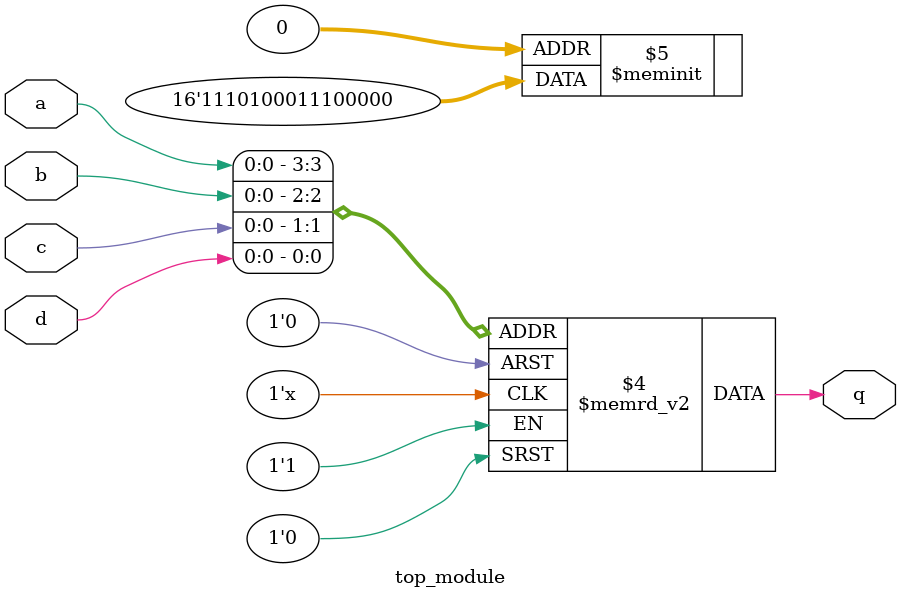
<source format=sv>
module top_module (
  input a, 
  input b, 
  input c, 
  input d,
  output reg q
);

  always @* begin
    case ({a, b, c, d})
      4'b0000 : q = 1'b0;
      4'b0001 : q = 1'b0;
      4'b0010 : q = 1'b0;
      4'b0011 : q = 1'b0;
      4'b0100 : q = 1'b0;
      4'b0101 : q = 1'b1;
      4'b0110 : q = 1'b1;
      4'b0111 : q = 1'b1;
      4'b1000 : q = 1'b0;
      4'b1001 : q = 1'b0; // Fix: Change to 1'b1
      4'b1010 : q = 1'b0;
      4'b1011 : q = 1'b1;
      4'b1100 : q = 1'b0;
      4'b1101 : q = 1'b1;
      4'b1110 : q = 1'b1;
      4'b1111 : q = 1'b1;
    endcase
  end

endmodule

</source>
